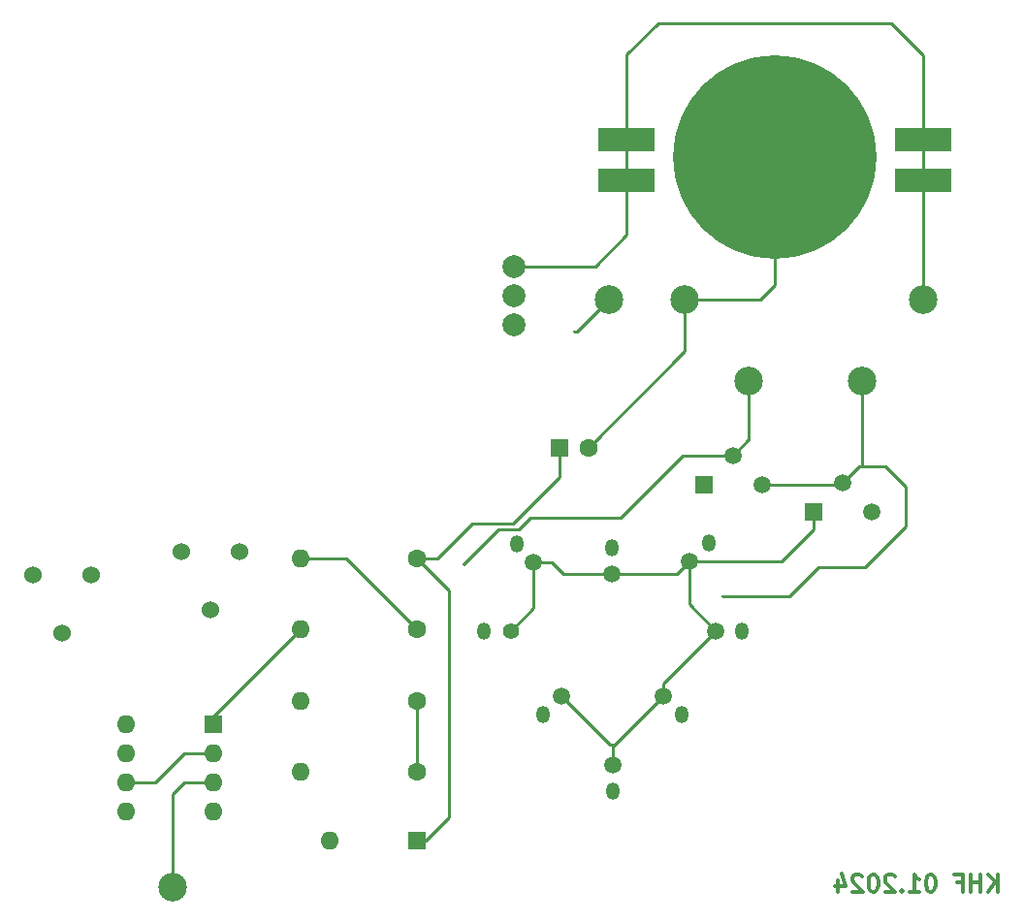
<source format=gbr>
%TF.GenerationSoftware,KiCad,Pcbnew,8.0.1*%
%TF.CreationDate,2024-04-02T10:44:00+02:00*%
%TF.ProjectId,Einhorn,45696e68-6f72-46e2-9e6b-696361645f70,rev?*%
%TF.SameCoordinates,Original*%
%TF.FileFunction,Copper,L2,Bot*%
%TF.FilePolarity,Positive*%
%FSLAX46Y46*%
G04 Gerber Fmt 4.6, Leading zero omitted, Abs format (unit mm)*
G04 Created by KiCad (PCBNEW 8.0.1) date 2024-04-02 10:44:00*
%MOMM*%
%LPD*%
G01*
G04 APERTURE LIST*
%ADD10C,0.300000*%
%TA.AperFunction,NonConductor*%
%ADD11C,0.300000*%
%TD*%
%TA.AperFunction,SMDPad,CuDef*%
%ADD12C,2.500000*%
%TD*%
%TA.AperFunction,SMDPad,CuDef*%
%ADD13R,5.000000X2.000000*%
%TD*%
%TA.AperFunction,SMDPad,CuDef*%
%ADD14C,17.780000*%
%TD*%
%TA.AperFunction,ComponentPad*%
%ADD15R,1.500000X1.500000*%
%TD*%
%TA.AperFunction,ComponentPad*%
%ADD16C,1.500000*%
%TD*%
%TA.AperFunction,ComponentPad*%
%ADD17R,1.600000X1.600000*%
%TD*%
%TA.AperFunction,ComponentPad*%
%ADD18C,1.600000*%
%TD*%
%TA.AperFunction,ComponentPad*%
%ADD19C,1.524000*%
%TD*%
%TA.AperFunction,ComponentPad*%
%ADD20O,1.200000X1.500000*%
%TD*%
%TA.AperFunction,ComponentPad*%
%ADD21C,1.400000*%
%TD*%
%TA.AperFunction,ComponentPad*%
%ADD22O,1.600000X1.600000*%
%TD*%
%TA.AperFunction,ComponentPad*%
%ADD23C,2.000000*%
%TD*%
%TA.AperFunction,ViaPad*%
%ADD24C,0.300000*%
%TD*%
%TA.AperFunction,Conductor*%
%ADD25C,0.250000*%
%TD*%
G04 APERTURE END LIST*
D10*
D11*
X122335489Y-99930828D02*
X122335489Y-98430828D01*
X121478346Y-99930828D02*
X122121203Y-99073685D01*
X121478346Y-98430828D02*
X122335489Y-99287971D01*
X120835489Y-99930828D02*
X120835489Y-98430828D01*
X120835489Y-99145114D02*
X119978346Y-99145114D01*
X119978346Y-99930828D02*
X119978346Y-98430828D01*
X118764060Y-99145114D02*
X119264060Y-99145114D01*
X119264060Y-99930828D02*
X119264060Y-98430828D01*
X119264060Y-98430828D02*
X118549774Y-98430828D01*
X116549774Y-98430828D02*
X116406917Y-98430828D01*
X116406917Y-98430828D02*
X116264060Y-98502257D01*
X116264060Y-98502257D02*
X116192632Y-98573685D01*
X116192632Y-98573685D02*
X116121203Y-98716542D01*
X116121203Y-98716542D02*
X116049774Y-99002257D01*
X116049774Y-99002257D02*
X116049774Y-99359400D01*
X116049774Y-99359400D02*
X116121203Y-99645114D01*
X116121203Y-99645114D02*
X116192632Y-99787971D01*
X116192632Y-99787971D02*
X116264060Y-99859400D01*
X116264060Y-99859400D02*
X116406917Y-99930828D01*
X116406917Y-99930828D02*
X116549774Y-99930828D01*
X116549774Y-99930828D02*
X116692632Y-99859400D01*
X116692632Y-99859400D02*
X116764060Y-99787971D01*
X116764060Y-99787971D02*
X116835489Y-99645114D01*
X116835489Y-99645114D02*
X116906917Y-99359400D01*
X116906917Y-99359400D02*
X116906917Y-99002257D01*
X116906917Y-99002257D02*
X116835489Y-98716542D01*
X116835489Y-98716542D02*
X116764060Y-98573685D01*
X116764060Y-98573685D02*
X116692632Y-98502257D01*
X116692632Y-98502257D02*
X116549774Y-98430828D01*
X114621203Y-99930828D02*
X115478346Y-99930828D01*
X115049775Y-99930828D02*
X115049775Y-98430828D01*
X115049775Y-98430828D02*
X115192632Y-98645114D01*
X115192632Y-98645114D02*
X115335489Y-98787971D01*
X115335489Y-98787971D02*
X115478346Y-98859400D01*
X113978347Y-99787971D02*
X113906918Y-99859400D01*
X113906918Y-99859400D02*
X113978347Y-99930828D01*
X113978347Y-99930828D02*
X114049775Y-99859400D01*
X114049775Y-99859400D02*
X113978347Y-99787971D01*
X113978347Y-99787971D02*
X113978347Y-99930828D01*
X113335489Y-98573685D02*
X113264061Y-98502257D01*
X113264061Y-98502257D02*
X113121204Y-98430828D01*
X113121204Y-98430828D02*
X112764061Y-98430828D01*
X112764061Y-98430828D02*
X112621204Y-98502257D01*
X112621204Y-98502257D02*
X112549775Y-98573685D01*
X112549775Y-98573685D02*
X112478346Y-98716542D01*
X112478346Y-98716542D02*
X112478346Y-98859400D01*
X112478346Y-98859400D02*
X112549775Y-99073685D01*
X112549775Y-99073685D02*
X113406918Y-99930828D01*
X113406918Y-99930828D02*
X112478346Y-99930828D01*
X111549775Y-98430828D02*
X111406918Y-98430828D01*
X111406918Y-98430828D02*
X111264061Y-98502257D01*
X111264061Y-98502257D02*
X111192633Y-98573685D01*
X111192633Y-98573685D02*
X111121204Y-98716542D01*
X111121204Y-98716542D02*
X111049775Y-99002257D01*
X111049775Y-99002257D02*
X111049775Y-99359400D01*
X111049775Y-99359400D02*
X111121204Y-99645114D01*
X111121204Y-99645114D02*
X111192633Y-99787971D01*
X111192633Y-99787971D02*
X111264061Y-99859400D01*
X111264061Y-99859400D02*
X111406918Y-99930828D01*
X111406918Y-99930828D02*
X111549775Y-99930828D01*
X111549775Y-99930828D02*
X111692633Y-99859400D01*
X111692633Y-99859400D02*
X111764061Y-99787971D01*
X111764061Y-99787971D02*
X111835490Y-99645114D01*
X111835490Y-99645114D02*
X111906918Y-99359400D01*
X111906918Y-99359400D02*
X111906918Y-99002257D01*
X111906918Y-99002257D02*
X111835490Y-98716542D01*
X111835490Y-98716542D02*
X111764061Y-98573685D01*
X111764061Y-98573685D02*
X111692633Y-98502257D01*
X111692633Y-98502257D02*
X111549775Y-98430828D01*
X110478347Y-98573685D02*
X110406919Y-98502257D01*
X110406919Y-98502257D02*
X110264062Y-98430828D01*
X110264062Y-98430828D02*
X109906919Y-98430828D01*
X109906919Y-98430828D02*
X109764062Y-98502257D01*
X109764062Y-98502257D02*
X109692633Y-98573685D01*
X109692633Y-98573685D02*
X109621204Y-98716542D01*
X109621204Y-98716542D02*
X109621204Y-98859400D01*
X109621204Y-98859400D02*
X109692633Y-99073685D01*
X109692633Y-99073685D02*
X110549776Y-99930828D01*
X110549776Y-99930828D02*
X109621204Y-99930828D01*
X108335491Y-98930828D02*
X108335491Y-99930828D01*
X108692633Y-98359400D02*
X109049776Y-99430828D01*
X109049776Y-99430828D02*
X108121205Y-99430828D01*
D12*
%TO.P,T2_B,1*%
%TO.N,Net-(Q1-C)*%
X110500000Y-55292000D03*
%TD*%
%TO.P,GND,1*%
%TO.N,Net-(Q1-E)*%
X95006000Y-48180000D03*
%TD*%
D13*
%TO.P,U2,1*%
%TO.N,Net-(S1-A-Pad1)*%
X89940000Y-34210000D03*
X89940000Y-37766000D03*
X115834000Y-34210000D03*
X115834000Y-37766000D03*
D14*
%TO.P,U2,2*%
%TO.N,Net-(Q1-E)*%
X102880000Y-35734000D03*
%TD*%
D15*
%TO.P,T2,1*%
%TO.N,Net-(Q2-E)*%
X106256000Y-66790000D03*
D16*
%TO.P,T2,2*%
%TO.N,Net-(Q1-C)*%
X108796000Y-64250000D03*
%TO.P,T2,3*%
%TO.N,Net-(Q2-C)*%
X111336000Y-66790000D03*
%TD*%
D15*
%TO.P,T1,1*%
%TO.N,Net-(Q1-E)*%
X96646000Y-64350000D03*
D16*
%TO.P,T1,2*%
%TO.N,Net-(Q1-B)*%
X99186000Y-61810000D03*
%TO.P,T1,3*%
%TO.N,Net-(Q1-C)*%
X101726000Y-64350000D03*
%TD*%
D12*
%TO.P,T1_B,1*%
%TO.N,Net-(Q1-B)*%
X100594000Y-55292000D03*
%TD*%
%TO.P,Q,1*%
%TO.N,unconnected-(U1-Q-Pad3)*%
X50302000Y-99488000D03*
%TD*%
%TO.P,VCC,1*%
%TO.N,Net-(S1-A-Pad1)*%
X115834000Y-48180000D03*
%TD*%
%TO.P,,1*%
%TO.N,Net-(S1-E)*%
X88402000Y-48180000D03*
%TD*%
D17*
%TO.P,C1,1*%
%TO.N,Net-(D3-K)*%
X84084000Y-61134000D03*
D18*
%TO.P,C1,2*%
%TO.N,Net-(Q1-E)*%
X86584000Y-61134000D03*
%TD*%
D19*
%TO.P,P1,1,1*%
%TO.N,Net-(S1-E)*%
X56144000Y-70212000D03*
%TO.P,P1,2,2*%
%TO.N,unconnected-(P1-Pad2)*%
X51064000Y-70212000D03*
%TO.P,P1,3,3*%
%TO.N,Net-(D3-A)*%
X53604000Y-75292000D03*
%TD*%
D20*
%TO.P,U3,1,K*%
%TO.N,Net-(Q1-E)*%
X100026000Y-77136000D03*
X97126000Y-69436000D03*
X94726000Y-84436000D03*
X88726000Y-91136000D03*
X88622051Y-69860000D03*
X82629949Y-84436000D03*
X80326000Y-69532051D03*
X77426000Y-77136000D03*
D16*
%TO.P,U3,2,A*%
%TO.N,Net-(Q2-E)*%
X97726000Y-77136000D03*
X95426000Y-71036000D03*
X93126000Y-82836000D03*
X88726000Y-88836000D03*
X88622051Y-72146000D03*
X84229949Y-82836000D03*
X81826000Y-71132051D03*
D21*
X79826000Y-77136000D03*
%TD*%
D17*
%TO.P,D3,1,K*%
%TO.N,Net-(D3-K)*%
X71638000Y-95424000D03*
D22*
%TO.P,D3,2,A*%
%TO.N,Net-(D3-A)*%
X64018000Y-95424000D03*
%TD*%
D18*
%TO.P,R4,1*%
%TO.N,Net-(Q1-B)*%
X71638000Y-77008000D03*
D22*
%TO.P,R4,2*%
%TO.N,Net-(Q1-E)*%
X61478000Y-77008000D03*
%TD*%
D18*
%TO.P,R5,1*%
%TO.N,Net-(S1-E)*%
X71638000Y-83230000D03*
D22*
%TO.P,R5,2*%
%TO.N,Net-(Q1-C)*%
X61478000Y-83230000D03*
%TD*%
D18*
%TO.P,R6,1*%
%TO.N,Net-(S1-E)*%
X71638000Y-89452000D03*
D22*
%TO.P,R6,2*%
%TO.N,Net-(Q2-C)*%
X61478000Y-89452000D03*
%TD*%
D17*
%TO.P,U1,1,GND*%
%TO.N,Net-(Q1-E)*%
X53858000Y-85264000D03*
D22*
%TO.P,U1,2,TR*%
%TO.N,Net-(D3-K)*%
X53858000Y-87804000D03*
%TO.P,U1,3,Q*%
%TO.N,unconnected-(U1-Q-Pad3)*%
X53858000Y-90344000D03*
%TO.P,U1,4,R*%
%TO.N,Net-(S1-E)*%
X53858000Y-92884000D03*
%TO.P,U1,5,CV*%
%TO.N,unconnected-(U1-CV-Pad5)*%
X46238000Y-92884000D03*
%TO.P,U1,6,THR*%
%TO.N,Net-(D3-K)*%
X46238000Y-90344000D03*
%TO.P,U1,7,DIS*%
%TO.N,Net-(D3-A)*%
X46238000Y-87804000D03*
%TO.P,U1,8,VCC*%
%TO.N,Net-(S1-E)*%
X46238000Y-85264000D03*
%TD*%
D18*
%TO.P,R3,1*%
%TO.N,Net-(D3-K)*%
X71638000Y-70786000D03*
D22*
%TO.P,R3,2*%
%TO.N,Net-(Q1-B)*%
X61478000Y-70786000D03*
%TD*%
D19*
%TO.P,P2,1,1*%
%TO.N,Net-(D3-A)*%
X43190000Y-72244000D03*
%TO.P,P2,2,2*%
%TO.N,unconnected-(P2-Pad2)*%
X38110000Y-72244000D03*
%TO.P,P2,3,3*%
%TO.N,Net-(D3-K)*%
X40650000Y-77324000D03*
%TD*%
D23*
%TO.P,S1,1,A*%
%TO.N,Net-(S1-A-Pad1)*%
X80058100Y-45347900D03*
%TO.P,S1,2,E*%
%TO.N,Net-(S1-E)*%
X80058100Y-47887900D03*
%TO.P,S1,3,A*%
%TO.N,unconnected-(S1-A-Pad3)*%
X80058100Y-50427900D03*
%TD*%
D24*
%TO.N,Net-(S1-E)*%
X85354000Y-50974000D03*
%TO.N,Net-(Q1-C)*%
X98308000Y-74088000D03*
%TO.N,Net-(Q1-B)*%
X75702000Y-71294000D03*
%TD*%
D25*
%TO.N,Net-(D3-K)*%
X73416000Y-70786000D02*
X71638000Y-70786000D01*
X84084000Y-61134000D02*
X84084000Y-63674000D01*
X76464000Y-67738000D02*
X73416000Y-70786000D01*
X74432000Y-73580000D02*
X74432000Y-93392000D01*
X48778000Y-90344000D02*
X51318000Y-87804000D01*
X46238000Y-90344000D02*
X48778000Y-90344000D01*
X84084000Y-63674000D02*
X80020000Y-67738000D01*
X71638000Y-70786000D02*
X74432000Y-73580000D01*
X72400000Y-95424000D02*
X71638000Y-95424000D01*
X80020000Y-67738000D02*
X76464000Y-67738000D01*
X51318000Y-87804000D02*
X53858000Y-87804000D01*
X74432000Y-93392000D02*
X72400000Y-95424000D01*
%TO.N,Net-(S1-E)*%
X85608000Y-50974000D02*
X85354000Y-50974000D01*
X88402000Y-48180000D02*
X85608000Y-50974000D01*
X71638000Y-83230000D02*
X71638000Y-89452000D01*
%TO.N,Net-(Q1-C)*%
X114310000Y-67992000D02*
X110754000Y-71548000D01*
X104150000Y-74088000D02*
X98308000Y-74088000D01*
X106690000Y-71548000D02*
X104150000Y-74088000D01*
X108878000Y-64350000D02*
X108906000Y-64378000D01*
X112534411Y-62784000D02*
X114310000Y-64559589D01*
X108696000Y-64350000D02*
X108796000Y-64250000D01*
X114310000Y-64559589D02*
X114310000Y-67992000D01*
X110754000Y-71548000D02*
X106690000Y-71548000D01*
X108796000Y-64250000D02*
X110262000Y-62784000D01*
X110500000Y-55292000D02*
X110500000Y-62784000D01*
X110500000Y-62784000D02*
X112534411Y-62784000D01*
X110262000Y-62784000D02*
X110500000Y-62784000D01*
X101726000Y-64350000D02*
X108696000Y-64350000D01*
%TO.N,Net-(Q1-B)*%
X100594000Y-59660000D02*
X100594000Y-60524000D01*
X75702000Y-71294000D02*
X78750000Y-68246000D01*
X99186000Y-61810000D02*
X100594000Y-60402000D01*
X89418000Y-67230000D02*
X94838000Y-61810000D01*
X100594000Y-60402000D02*
X100594000Y-59660000D01*
X78750000Y-68246000D02*
X80528000Y-68246000D01*
X65416000Y-70786000D02*
X61478000Y-70786000D01*
X81544000Y-67230000D02*
X89418000Y-67230000D01*
X71638000Y-77008000D02*
X65416000Y-70786000D01*
X80528000Y-68246000D02*
X81544000Y-67230000D01*
X94838000Y-61810000D02*
X99186000Y-61810000D01*
X100594000Y-55292000D02*
X100594000Y-59660000D01*
%TO.N,unconnected-(U1-Q-Pad3)*%
X53858000Y-90344000D02*
X51318000Y-90344000D01*
X50302000Y-91360000D02*
X50302000Y-99488000D01*
X51318000Y-90344000D02*
X50302000Y-91360000D01*
%TO.N,Net-(S1-A-Pad1)*%
X80058100Y-45347900D02*
X87170100Y-45347900D01*
X92720000Y-24050000D02*
X113040000Y-24050000D01*
X89940000Y-42578000D02*
X89940000Y-37766000D01*
X89940000Y-26830000D02*
X92720000Y-24050000D01*
X113040000Y-24050000D02*
X115834000Y-26844000D01*
X115834000Y-34210000D02*
X115834000Y-37766000D01*
X89940000Y-34210000D02*
X89940000Y-26830000D01*
X87170100Y-45347900D02*
X89940000Y-42578000D01*
X89940000Y-37766000D02*
X89940000Y-34210000D01*
X115834000Y-26844000D02*
X115834000Y-34210000D01*
X115834000Y-48180000D02*
X115834000Y-37766000D01*
%TO.N,Net-(Q1-E)*%
X101610000Y-48180000D02*
X95006000Y-48180000D01*
X53858000Y-84628000D02*
X53858000Y-85264000D01*
X61478000Y-77008000D02*
X53858000Y-84628000D01*
X95006000Y-52712000D02*
X86584000Y-61134000D01*
X102880000Y-46910000D02*
X101610000Y-48180000D01*
X95006000Y-48180000D02*
X95006000Y-52712000D01*
X102880000Y-35734000D02*
X102880000Y-46910000D01*
%TO.N,Net-(Q2-E)*%
X94316000Y-72146000D02*
X95426000Y-71036000D01*
X88622051Y-72146000D02*
X94316000Y-72146000D01*
X95426000Y-74836000D02*
X97726000Y-77136000D01*
X81826000Y-71132051D02*
X81826000Y-75136000D01*
X88726000Y-88836000D02*
X88726000Y-87236000D01*
X88440949Y-87047000D02*
X88915000Y-87047000D01*
X95426000Y-71036000D02*
X95426000Y-74836000D01*
X81826000Y-75136000D02*
X79826000Y-77136000D01*
X93126000Y-82836000D02*
X93126000Y-81736000D01*
X81826000Y-71132051D02*
X83414051Y-71132051D01*
X88915000Y-87047000D02*
X93126000Y-82836000D01*
X93126000Y-81736000D02*
X97726000Y-77136000D01*
X83414051Y-71132051D02*
X84428000Y-72146000D01*
X84229949Y-82836000D02*
X88440949Y-87047000D01*
X84428000Y-72146000D02*
X88622051Y-72146000D01*
X88726000Y-87236000D02*
X88915000Y-87047000D01*
X106256000Y-66790000D02*
X106256000Y-68250000D01*
X106256000Y-68250000D02*
X103470000Y-71036000D01*
X103470000Y-71036000D02*
X95426000Y-71036000D01*
%TD*%
M02*

</source>
